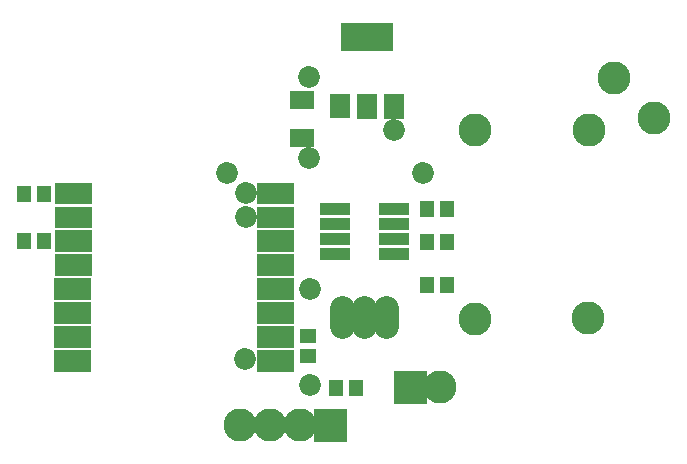
<source format=gbr>
%FSLAX34Y34*%
%MOMM*%
%LNSOLDERMASK_TOP*%
G71*
G01*
%ADD10R, 2.60X1.00*%
%ADD11R, 1.70X2.10*%
%ADD12C, 2.10*%
%ADD13C, 1.85*%
%ADD14R, 1.30X1.40*%
%ADD15R, 1.40X1.30*%
%ADD16C, 2.80*%
%ADD17R, 2.00X1.50*%
%LPD*%
X356000Y-551838D02*
G54D10*
D03*
X356000Y-564538D02*
G54D10*
D03*
X356000Y-577238D02*
G54D10*
D03*
X356000Y-589938D02*
G54D10*
D03*
X406000Y-589938D02*
G54D10*
D03*
X406000Y-577238D02*
G54D10*
D03*
X406000Y-564538D02*
G54D10*
D03*
X406000Y-551838D02*
G54D10*
D03*
G36*
X320800Y-689972D02*
X289800Y-689972D01*
X289800Y-671472D01*
X320800Y-671472D01*
X320800Y-689972D01*
G37*
G36*
X320800Y-629251D02*
X289800Y-629251D01*
X289800Y-610751D01*
X320800Y-610751D01*
X320800Y-629251D01*
G37*
G36*
X320800Y-669732D02*
X289800Y-669732D01*
X289800Y-651232D01*
X320800Y-651232D01*
X320800Y-669732D01*
G37*
G36*
X321197Y-609010D02*
X290197Y-609010D01*
X290197Y-590510D01*
X321197Y-590510D01*
X321197Y-609010D01*
G37*
G36*
X320800Y-649491D02*
X289800Y-649491D01*
X289800Y-630991D01*
X320800Y-630991D01*
X320800Y-649491D01*
G37*
G36*
X321197Y-609010D02*
X290197Y-609010D01*
X290197Y-590510D01*
X321197Y-590510D01*
X321197Y-609010D01*
G37*
G36*
X321197Y-548288D02*
X290197Y-548288D01*
X290197Y-529788D01*
X321197Y-529788D01*
X321197Y-548288D01*
G37*
G36*
X321197Y-588769D02*
X290197Y-588769D01*
X290197Y-570269D01*
X321197Y-570269D01*
X321197Y-588769D01*
G37*
G36*
X321197Y-568528D02*
X290197Y-568528D01*
X290197Y-550028D01*
X321197Y-550028D01*
X321197Y-568528D01*
G37*
G36*
X149350Y-689972D02*
X118350Y-689972D01*
X118350Y-671472D01*
X149350Y-671472D01*
X149350Y-689972D01*
G37*
G36*
X149350Y-629250D02*
X118350Y-629250D01*
X118350Y-610750D01*
X149350Y-610750D01*
X149350Y-629250D01*
G37*
G36*
X149350Y-669731D02*
X118350Y-669731D01*
X118350Y-651231D01*
X149350Y-651231D01*
X149350Y-669731D01*
G37*
G36*
X149747Y-609009D02*
X118747Y-609009D01*
X118747Y-590509D01*
X149747Y-590509D01*
X149747Y-609009D01*
G37*
G36*
X149350Y-649491D02*
X118350Y-649491D01*
X118350Y-630991D01*
X149350Y-630991D01*
X149350Y-649491D01*
G37*
G36*
X149747Y-609009D02*
X118747Y-609009D01*
X118747Y-590509D01*
X149747Y-590509D01*
X149747Y-609009D01*
G37*
G36*
X149747Y-548288D02*
X118747Y-548288D01*
X118747Y-529788D01*
X149747Y-529788D01*
X149747Y-548288D01*
G37*
G36*
X149747Y-588769D02*
X118747Y-588769D01*
X118747Y-570269D01*
X149747Y-570269D01*
X149747Y-588769D01*
G37*
G36*
X149747Y-568528D02*
X118747Y-568528D01*
X118747Y-550028D01*
X149747Y-550028D01*
X149747Y-568528D01*
G37*
X359685Y-465093D02*
G54D11*
D03*
G36*
X374185Y-454694D02*
X391185Y-454693D01*
X391185Y-475693D01*
X374185Y-475694D01*
X374185Y-454694D01*
G37*
G36*
X397185Y-454694D02*
X414185Y-454693D01*
X414185Y-475693D01*
X397185Y-475694D01*
X397185Y-454694D01*
G37*
G36*
X360785Y-394994D02*
X404785Y-394993D01*
X404785Y-417993D01*
X360785Y-417994D01*
X360785Y-394994D01*
G37*
G54D12*
X380512Y-636316D02*
X380512Y-651316D01*
G54D12*
X362053Y-635916D02*
X362053Y-650916D01*
G54D12*
X399356Y-636112D02*
X399356Y-651112D01*
X406106Y-485062D02*
G54D13*
D03*
X333875Y-440738D02*
G54D13*
D03*
X333875Y-509000D02*
G54D13*
D03*
X430712Y-521575D02*
G54D13*
D03*
X264025Y-521575D02*
G54D13*
D03*
X92575Y-539162D02*
G54D14*
D03*
X109575Y-539162D02*
G54D14*
D03*
X332850Y-659250D02*
G54D15*
D03*
X332850Y-676250D02*
G54D15*
D03*
X92575Y-578850D02*
G54D14*
D03*
X109575Y-578850D02*
G54D14*
D03*
X433888Y-551862D02*
G54D14*
D03*
X450888Y-551862D02*
G54D14*
D03*
X433888Y-580438D02*
G54D14*
D03*
X450888Y-580438D02*
G54D14*
D03*
X433888Y-616156D02*
G54D14*
D03*
X450888Y-616156D02*
G54D14*
D03*
X280694Y-538244D02*
G54D13*
D03*
X280694Y-558881D02*
G54D13*
D03*
X279900Y-679531D02*
G54D13*
D03*
X474488Y-485188D02*
G54D16*
D03*
X474488Y-645525D02*
G54D16*
D03*
X569738Y-644731D02*
G54D16*
D03*
X570531Y-485188D02*
G54D16*
D03*
X591962Y-441531D02*
G54D16*
D03*
X626094Y-474869D02*
G54D16*
D03*
X373497Y-703469D02*
G54D14*
D03*
X356497Y-703469D02*
G54D14*
D03*
X334669Y-620000D02*
G54D13*
D03*
X334272Y-701359D02*
G54D13*
D03*
G36*
X365863Y-749409D02*
X337863Y-749409D01*
X337863Y-721409D01*
X365863Y-721409D01*
X365863Y-749409D01*
G37*
X326463Y-735409D02*
G54D16*
D03*
X301063Y-735409D02*
G54D16*
D03*
X275663Y-735409D02*
G54D16*
D03*
X327747Y-459554D02*
G54D17*
D03*
X327847Y-492054D02*
G54D17*
D03*
G36*
X433497Y-688866D02*
X433497Y-716866D01*
X405497Y-716866D01*
X405497Y-688866D01*
X433497Y-688866D01*
G37*
X444897Y-702866D02*
G54D16*
D03*
M02*

</source>
